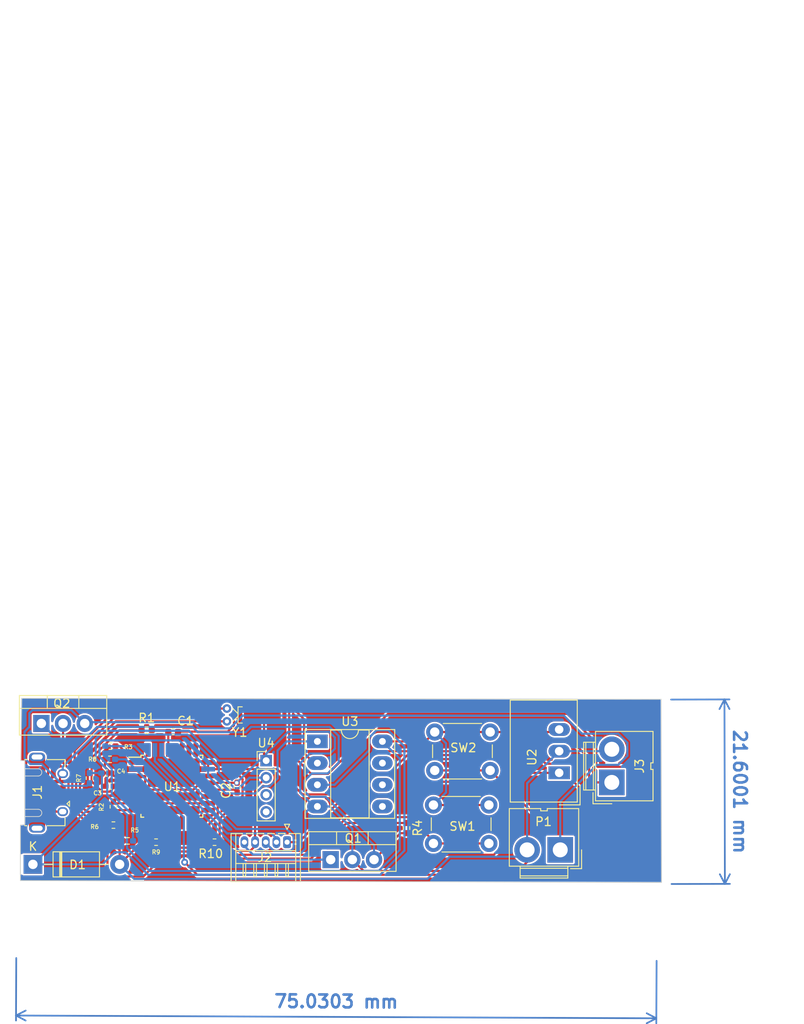
<source format=kicad_pcb>
(kicad_pcb (version 20211014) (generator pcbnew)
  (layers (0 "F.Cu" signal) (31 "B.Cu" signal) (34 "B.Paste" user) (35 "F.Paste" user) (36 "B.SilkS" user "B.Silkscreen") (37 "F.SilkS" user "F.Silkscreen") (38 "B.Mask" user) (39 "F.Mask" user) (44 "Edge.Cuts" user))
  (net 0 "")
  (net 1 "DTR")
  (net 2 "Net-(C1-Pad2)")
  (net 3 "GND")
  (net 4 "Net-(C2-Pad2)")
  (net 5 "+5V")
  (net 6 "Net-(C4-Pad1)")
  (net 7 "VCC")
  (net 11 "TX")
  (net 12 "RX")
  (net 13 "HALL")
  (net 14 "TEMP_sense")
  (net 15 "Net-(Q1-Pad1)")
  (net 16 "Net-(Q1-Pad3)")
  (net 17 "Net-(R2-Pad1)")
  (net 18 "Net-(R2-Pad2)")
  (net 19 "Net-(R3-Pad2)")
  (net 20 "Net-(R5-Pad1)")
  (net 21 "Net-(R5-Pad2)")
  (net 22 "L_button")
  (net 23 "R_button")
  (net 24 "BUZZER")
  (net 36 "SDA")
  (net 37 "SCL")
  (footprint "Converter_DCDC:Converter_DCDC_TRACO_TSR-1_THT" (layer "F.Cu") (at 178.7825 49.9825 90)
    (fp_text reference "U2")
    (fp_text value "TSR_1-2490")
  )
  (footprint "Connector_Hirose:Hirose_DF13-05P-1.25DS_1x05_P1.25mm_Horizontal" (layer "F.Cu") (at 146.9 58.1 180)
    (fp_text reference "J2")
    (fp_text value "PORT")
  )
  (footprint "Resistor_SMD:R_0402_1005Metric_Pad0.72x0.64mm_HandSolder" (layer "F.Cu") (at 126.2 46.85)
    (fp_text reference "R3")
    (fp_text value "1k")
  )
  (footprint "Connector_PinHeader_2.00mm:PinHeader_1x04_P2.00mm_Vertical" (layer "F.Cu") (at 144.45 48.55)
    (fp_text reference "U4")
    (fp_text value "PinHeader_1x04_P2.00mm_Vertical")
  )
  (footprint "Resistor_SMD:R_0402_1005Metric_Pad0.72x0.64mm_HandSolder" (layer "F.Cu") (at 138.4 58.1 180)
    (fp_text reference "R10")
    (fp_text value "10K")
  )
  (footprint "Capacitor_SMD:C_0402_1005Metric_Pad0.74x0.62mm_HandSolder" (layer "F.Cu") (at 126.1825 51.55)
    (fp_text reference "C3")
    (fp_text value "0.1uF")
  )
  (footprint "Capacitor_SMD:C_0402_1005Metric_Pad0.74x0.62mm_HandSolder" (layer "F.Cu") (at 125.7 50)
    (fp_text reference "C4")
    (fp_text value "2.2nF")
  )
  (footprint "Package_TO_SOT_THT:TO-220-3_Vertical" (layer "F.Cu") (at 152.01 60.145)
    (fp_text reference "Q1")
    (fp_text value "2SC1945")
  )
  (footprint "Resistor_SMD:R_0402_1005Metric_Pad0.72x0.64mm_HandSolder" (layer "F.Cu") (at 126.15 48.4 180)
    (fp_text reference "R8")
    (fp_text value "2K")
  )
  (footprint "Package_DIP:DIP-8_W7.62mm_Socket_LongPads" (layer "F.Cu") (at 150.45 46.3)
    (fp_text reference "U3")
    (fp_text value "LM358")
  )
  (footprint "Button_Switch_THT:SW_PUSH_6mm_H5mm" (layer "F.Cu") (at 164.05 53.75)
    (fp_text reference "SW1")
    (fp_text value "SW_Push")
  )
  (footprint "Resistor_SMD:R_0402_1005Metric_Pad0.72x0.64mm_HandSolder" (layer "F.Cu") (at 126.55 53.95 90)
    (fp_text reference "R2")
    (fp_text value "1M")
  )
  (footprint "Connector_USB:USB_Micro-AB_Molex_47590-0001" (layer "F.Cu") (at 117.61 52.3 -90)
    (fp_text reference "J1")
    (fp_text value "USB_B_Micro")
    (fp_line (start -1.95 -0.125) (end -1.95 1.45) (layer "Edge.Cuts") (width 0.1))
    (fp_line (start 2.8 -0.125) (end 2.8 1.45) (layer "Edge.Cuts") (width 0.1))
    (fp_line (start -1.95 1.45) (end 1.95 1.45) (layer "Edge.Cuts") (width 0.1))
    (fp_line (start -3.75 1.45) (end -2.8 1.45) (layer "Edge.Cuts") (width 0.1))
    (fp_line (start 2.8 1.45) (end 3.75 1.45) (layer "Edge.Cuts") (width 0.1))
    (fp_line (start 1.95 -0.125) (end 1.95 1.45) (layer "Edge.Cuts") (width 0.1))
    (fp_line (start -2.8 -0.125) (end -2.8 1.45) (layer "Edge.Cuts") (width 0.1))
    (fp_arc (start -2.8 -0.125) (mid -2.375 -0.55) (end -1.95 -0.125) (layer "Edge.Cuts") (width 0.1))
    (fp_arc (start 1.95 -0.125) (mid 2.375 -0.55) (end 2.8 -0.125) (layer "Edge.Cuts") (width 0.1))
  )
  (footprint "Connector:JWT_A3963_1x02_P3.96mm_Vertical" (layer "F.Cu") (at 178.9075 59 180)
    (fp_text reference "P1")
    (fp_text value "Plug")
  )
  (footprint "Connector:JWT_A3963_1x02_P3.96mm_Vertical" (layer "F.Cu") (at 184.95 51.1 90)
    (fp_text reference "J3")
    (fp_text value "VIBRATOR")
  )
  (footprint "Capacitor_SMD:C_0402_1005Metric_Pad0.74x0.62mm_HandSolder" (layer "F.Cu") (at 141.05 51.7 -90)
    (fp_text reference "C2")
    (fp_text value "0.1uF")
  )
  (footprint "Diode_THT:D_DO-41_SOD81_P10.16mm_Horizontal" (layer "F.Cu") (at 117.12 60.7)
    (fp_text reference "D1")
    (fp_text value "1N5819")
  )
  (footprint "Resistor_SMD:R_0402_1005Metric_Pad0.72x0.64mm_HandSolder" (layer "F.Cu") (at 130.45 45 180)
    (fp_text reference "R1")
    (fp_text value "10k")
  )
  (footprint "Crystal:Crystal_DS10_D1.0mm_L4.3mm_Horizontal_1EP_style1" (layer "F.Cu") (at 139.85 43.95 90)
    (fp_text reference "Y1")
    (fp_text value "Crystal_16MHz")
  )
  (footprint "Button_Switch_THT:SW_PUSH_6mm_H5mm" (layer "F.Cu") (at 164.2 45.2)
    (fp_text reference "SW2")
    (fp_text value "SW_Push")
  )
  (footprint "Package_TO_SOT_THT:TO-220-3_Vertical" (layer "F.Cu") (at 118.11 44.195)
    (fp_text reference "Q2")
    (fp_text value "IRF4905")
  )
  (footprint "Resistor_SMD:R_0402_1005Metric_Pad0.72x0.64mm_HandSolder" (layer "F.Cu") (at 160.9 56.45 -90)
    (fp_text reference "R4")
    (fp_text value "10k")
  )
  (footprint "Package_QFP:TQFP-32_7x7mm_P0.8mm" (layer "F.Cu") (at 133.4 51.55)
    (fp_text reference "U1")
    (fp_text value "ATmega328P-A")
  )
  (footprint "Resistor_SMD:R_0402_1005Metric_Pad0.72x0.64mm_HandSolder" (layer "F.Cu") (at 126.5525 56.1)
    (fp_text reference "R6")
    (fp_text value "1k")
  )
  (footprint "Resistor_SMD:R_0402_1005Metric_Pad0.72x0.64mm_HandSolder" (layer "F.Cu") (at 131.55 58.1 180)
    (fp_text reference "R9")
    (fp_text value "2K")
  )
  (footprint "Resistor_SMD:R_0402_1005Metric_Pad0.72x0.64mm_HandSolder" (layer "F.Cu") (at 123.75 50.6 90)
    (fp_text reference "R7")
    (fp_text value "10k")
  )
  (footprint "Resistor_SMD:R_0402_1005Metric_Pad0.72x0.64mm_HandSolder" (layer "F.Cu") (at 128.2525 57.95 180)
    (fp_text reference "R5")
    (fp_text value "200k")
  )
  (footprint "Capacitor_SMD:C_0402_1005Metric_Pad0.74x0.62mm_HandSolder" (layer "F.Cu") (at 133.55 45.15 180)
    (fp_text reference "C1")
    (fp_text value "0.1uF")
  )
  (gr_poly (pts (xy 190.726784 41.364345) (xy 190.77693 62.814345) (xy 115.650146 62.6) (xy 115.65 56.1) (xy 116.16 56.05) (xy 116.16 48.55) (xy 115.7 48.55) (xy 115.8 41.25)) (layer "Edge.Cuts") (width 0.1) (fill none))
  (dimension (type aligned) (layer "B.Cu") (pts (xy 115.170453 71.172842) (xy 190.2 71.5)) (height 7.228162) (gr_text "75.0303 mm" (at 152.661558 76.764531 359.7501697) (layer "B.Cu") (effects (font (size 1.5 1.5) (thickness 0.3)))) (format (units 3) (units_format 1) (precision 4)) (style (thickness 0.2) (arrow_length 1.27) (text_position_mode 0) (extension_height 0.58642) (extension_offset 0.5) keep_text_aligned))
  (dimension (type aligned) (layer "B.Cu") (pts (xy 191.45 63) (xy 191.4 41.4)) (height 6.749981) (gr_text "21.6001 mm" (at 199.974958 52.180208 -89.86737112) (layer "B.Cu") (effects (font (size 1.5 1.5) (thickness 0.3)))) (format (units 3) (units_format 1) (precision 4)) (style (thickness 0.2) (arrow_length 1.27) (text_position_mode 0) (extension_height 0.58642) (extension_offset 0.5) keep_text_aligned))
  (segment (start 176.200489 47.900489) (end 160.999822 47.900489) (width 0.25) (layer "F.Cu") (net 1))
  (segment (start 140.674511 43.075489) (end 141.624511 42.125489) (width 0.25) (layer "F.Cu") (net 1))
  (segment (start 141.624511 42.125489) (end 146.725489 42.125489) (width 0.25) (layer "F.Cu") (net 1))
  (segment (start 148.260311 58.1) (end 146.9 58.1) (width 0.25) (layer "F.Cu") (net 1))
  (segment (start 179.736716 43.075489) (end 183.125489 46.464262) (width 0.25) (layer "F.Cu") (net 1))
  (segment (start 180.357011 48.907989) (end 177.207989 48.907989) (width 0.25) (layer "F.Cu") (net 1))
  (segment (start 158.724511 43.075489) (end 179.736716 43.075489) (width 0.25) (layer "F.Cu") (net 1))
  (segment (start 140.674511 44.425489) (end 140.674511 43.075489) (width 0.25) (layer "F.Cu") (net 1))
  (segment (start 186.774511 49.275489) (end 186.774511 52.924511) (width 0.25) (layer "F.Cu") (net 1))
  (segment (start 160.999822 47.900489) (end 158.935791 49.96452) (width 0.25) (layer "F.Cu") (net 1))
  (segment (start 147.15 42.55) (end 147.15 47.530311) (width 0.25) (layer "F.Cu") (net 1))
  (segment (start 147.15 47.530311) (end 149.719689 50.1) (width 0.25) (layer "F.Cu") (net 1))
  (segment (start 183.3 49.275489) (end 186.774511 49.275489) (width 0.25) (layer "F.Cu") (net 1))
  (segment (start 139.95 45.15) (end 140.674511 44.425489) (width 0.25) (layer "F.Cu") (net 1))
  (segment (start 149.719689 50.1) (end 151.7 50.1) (width 0.25) (layer "F.Cu") (net 1))
  (segment (start 183.125489 46.464262) (end 183.125489 49.100978) (width 0.25) (layer "F.Cu") (net 1))
  (segment (start 146.725489 42.125489) (end 147.15 42.55) (width 0.25) (layer "F.Cu") (net 1))
  (segment (start 182.374511 52.924511) (end 180.357011 50.907011) (width 0.25) (layer "F.Cu") (net 1))
  (segment (start 183.125489 49.100978) (end 183.3 49.275489) (width 0.25) (layer "F.Cu") (net 1))
  (segment (start 134.1175 45.15) (end 139.95 45.15) (width 0.25) (layer "F.Cu") (net 1))
  (segment (start 158.935791 49.96452) (end 156.395791 49.96452) (width 0.25) (layer "F.Cu") (net 1))
  (segment (start 180.357011 50.907011) (end 180.357011 48.907989) (width 0.25) (layer "F.Cu") (net 1))
  (segment (start 186.774511 52.924511) (end 182.374511 52.924511) (width 0.25) (layer "F.Cu") (net 1))
  (segment (start 151.7 50.1) (end 158.724511 43.075489) (width 0.25) (layer "F.Cu") (net 1))
  (segment (start 177.207989 48.907989) (end 176.200489 47.900489) (width 0.25) (layer "F.Cu") (net 1))
  (segment (start 156.395791 49.96452) (end 148.260311 58.1) (width 0.25) (layer "F.Cu") (net 1))
  (segment (start 132.9825 45.15) (end 132.9825 47.2825) (width 0.25) (layer "F.Cu") (net 2))
  (segment (start 132.9825 47.2825) (end 133 47.3) (width 0.25) (layer "F.Cu") (net 2))
  (segment (start 132.8325 45) (end 132.9825 45.15) (width 0.25) (layer "F.Cu") (net 2))
  (segment (start 131.0475 45) (end 132.8325 45) (width 0.25) (layer "F.Cu") (net 2))
  (segment (start 125.5525 48.4) (end 125.5525 49.285) (width 0.25) (layer "F.Cu") (net 3))
  (segment (start 117.61 52.3) (end 118.78 53.47) (width 0.25) (layer "F.Cu") (net 3))
  (segment (start 119.835 54.525) (end 120.61 54.525) (width 0.25) (layer "F.Cu") (net 3))
  (segment (start 120.285 51) (end 118.91 51) (width 0.25) (layer "F.Cu") (net 3))
  (segment (start 118.91 51) (end 117.61 52.3) (width 0.25) (layer "F.Cu") (net 3))
  (segment (start 135.925978 51.95) (end 136.725978 51.15) (width 0.25) (layer "F.Cu") (net 3))
  (segment (start 120.285 50.4) (end 120.61 50.075) (width 0.25) (layer "F.Cu") (net 3))
  (segment (start 141.0325 51.15) (end 141 51.15) (width 0.25) (layer "F.Cu") (net 3))
  (segment (start 117.61 56.0375) (end 118.8 54.8475) (width 0.25) (layer "F.Cu") (net 3))
  (segment (start 125.5525 49.285) (end 126.6175 50.35) (width 0.25) (layer "F.Cu") (net 3))
  (segment (start 130.274511 51.875489) (end 130.2 51.95) (width 0.25) (layer "F.Cu") (net 3))
  (segment (start 173.98048 61.46952) (end 175.0275 60.4225) (width 0.25) (layer "F.Cu") (net 3))
  (segment (start 118.8 53.49) (end 118.78 53.47) (width 0.25) (layer "F.Cu") (net 3))
  (segment (start 118.8 54.8475) (end 118.8 53.49) (width 0.25) (layer "F.Cu") (net 3))
  (segment (start 141.05 51.1325) (end 141.0325 51.15) (width 0.25) (layer "F.Cu") (net 3))
  (segment (start 144.2 42.7) (end 144.2 48.3) (width 0.25) (layer "F.Cu") (net 3))
  (segment (start 118.9 49.4) (end 118.9 51.01) (width 0.25) (layer "F.Cu") (net 3))
  (segment (start 130.2 50.35) (end 130.274511 50.424511) (width 0.25) (layer "F.Cu") (net 3))
  (segment (start 126.6175 50.35) (end 129.15 50.35) (width 0.25) (layer "F.Cu") (net 3))
  (segment (start 125.615 51.55) (end 125.615 50.6525) (width 0.25) (layer "F.Cu") (net 3))
  (segment (start 127.28 59.034296) (end 127.28 60.7) (width 0.25) (layer "F.Cu") (net 3))
  (segment (start 118.0625 48.5625) (end 118.9 49.4) (width 0.25) (layer "F.Cu") (net 3))
  (segment (start 129.88 58.1) (end 127.28 60.7) (width 0.25) (layer "F.Cu") (net 3))
  (segment (start 118.9 51.01) (end 117.61 52.3) (width 0.25) (layer "F.Cu") (net 3))
  (segment (start 129.15 51.95) (end 135.925978 51.95) (width 0.25) (layer "F.Cu") (net 3))
  (segment (start 136.725978 51.15) (end 137.65 51.15) (width 0.25) (layer "F.Cu") (net 3))
  (segment (start 155.87452 61.46952) (end 173.98048 61.46952) (width 0.25) (layer "F.Cu") (net 3))
  (segment (start 175.0275 60.4225) (end 175.0275 59) (width 0.25) (layer "F.Cu") (net 3))
  (segment (start 130.2 51.95) (end 129.15 51.95) (width 0.25) (layer "F.Cu") (net 3))
  (segment (start 125.615 50.6525) (end 126.2675 50) (width 0.25) (layer "F.Cu") (net 3))
  (segment (start 118.78 53.47) (end 119.835 54.525) (width 0.25) (layer "F.Cu") (net 3))
  (segment (start 141 51.15) (end 137.65 51.15) (width 0.25) (layer "F.Cu") (net 3))
  (segment (start 117.61 48.5625) (end 118.0625 48.5625) (width 0.25) (layer "F.Cu") (net 3))
  (segment (start 154.55 60.145) (end 155.87452 61.46952) (width 0.25) (layer "F.Cu") (net 3))
  (segment (start 125.955 57.709296) (end 127.28 59.034296) (width 0.25) (layer "F.Cu") (net 3))
  (segment (start 120.285 51) (end 120.285 50.4) (width 0.25) (layer "F.Cu") (net 3))
  (segment (start 130.9525 58.1) (end 129.88 58.1) (width 0.25) (layer "F.Cu") (net 3))
  (segment (start 129.15 50.35) (end 130.2 50.35) (width 0.25) (layer "F.Cu") (net 3))
  (segment (start 144.2 48.3) (end 144.45 48.55) (width 0.25) (layer "F.Cu") (net 3))
  (segment (start 125.955 56.1) (end 125.955 57.709296) (width 0.25) (layer "F.Cu") (net 3))
  (segment (start 130.274511 50.424511) (end 130.274511 51.875489) (width 0.25) (layer "F.Cu") (net 3))
  (via locked (at 141 51.15) (size 0.6) (drill 0.4) (layers "F.Cu" "B.Cu") (net 3))
  (segment (start 150.05 53.92) (end 150.45 53.92) (width 0.25) (layer "B.Cu") (net 3))
  (segment (start 120.61 49.264183) (end 120.61 50.075) (width 0.25) (layer "B.Cu") (net 3))
  (segment (start 127.28 60.7) (end 128.98 62.4) (width 0.25) (layer "B.Cu") (net 3))
  (segment (start 152.5 47.15) (end 151.93452 47.71548) (width 0.25) (layer "B.Cu") (net 3))
  (segment (start 145.142991 59.574031) (end 146.15701 59.57403) (width 0.25) (layer "B.Cu") (net 3))
  (segment (start 138.885704 48.55) (end 135.386193 45.050489) (width 0.25) (layer "B.Cu") (net 3))
  (segment (start 144.45 47.75) (end 147.024511 45.175489) (width 0.25) (layer "B.Cu") (net 3))
  (segment (start 174.2275 59.8) (end 175.0275 59) (width 0.25) (layer "B.Cu") (net 3))
  (segment (start 145.11896 59.55) (end 145.142991 59.574031) (width 0.25) (layer "B.Cu") (net 3))
  (segment (start 149.584209 47.71548) (end 148.45 48.849689) (width 0.25) (layer "B.Cu") (net 3))
  (segment (start 154.55 56.55) (end 154.55 60.145) (width 0.25) (layer "B.Cu") (net 3))
  (segment (start 148.325969 59.574031) (end 149.05 58.85) (width 0.25) (layer "B.Cu") (net 3))
  (segment (start 143.6 48.55) (end 144.45 48.55) (width 0.25) (layer "B.Cu") (net 3))
  (segment (start 151.825489 45.175489) (end 152.5 45.85) (width 0.25) (layer "B.Cu") (net 3))
  (segment (start 165.95 59.8) (end 174.2275 59.8) (width 0.25) (layer "B.Cu") (net 3))
  (segment (start 151.92 53.92) (end 154.55 56.55) (width 0.25) (layer "B.Cu") (net 3))
  (segment (start 178.7825 47.4425) (end 184.7275 47.4425) (width 0.25) (layer "B.Cu") (net 3))
  (segment (start 151.93452 47.71548) (end 149.584209 47.71548) (width 0.25) (layer "B.Cu") (net 3))
  (segment (start 146.15701 59.57403) (end 148.325969 59.574031) (width 0.25) (layer "B.Cu") (net 3))
  (segment (start 144.45 48.55) (end 138.885704 48.55) (width 0.25) (layer "B.Cu") (net 3))
  (segment (start 149.05 54.65) (end 149.78 53.92) (width 0.25) (layer "B.Cu") (net 3))
  (segment (start 135.386193 45.050489) (end 124.823693 45.05049) (width 0.25) (layer "B.Cu") (net 3))
  (segment (start 152.5 45.85) (end 152.5 47.15) (width 0.25) (layer "B.Cu") (net 3))
  (segment (start 148.45 48.849689) (end 148.45 52.32) (width 0.25) (layer "B.Cu") (net 3))
  (segment (start 178.7825 47.4425) (end 175.0275 51.1975) (width 0.25) (layer "B.Cu") (net 3))
  (segment (start 149.05 58.85) (end 149.05 54.65) (width 0.25) (layer "B.Cu") (net 3))
  (segment (start 141.9 58.1) (end 141.9 58.55) (width 0.25) (layer "B.Cu") (net 3))
  (segment (start 150.45 53.92) (end 151.92 53.92) (width 0.25) (layer "B.Cu") (net 3))
  (segment (start 128.98 62.4) (end 163.35 62.4) (width 0.25) (layer "B.Cu") (net 3))
  (segment (start 141 51.15) (end 143.6 48.55) (width 0.25) (layer "B.Cu") (net 3))
  (segment (start 124.823693 45.05049) (end 120.61 49.264183) (width 0.25) (layer "B.Cu") (net 3))
  (segment (start 184.7275 47.4425) (end 184.95 47.22) (width 0.25) (layer "B.Cu") (net 3))
  (segment (start 149.78 53.92) (end 150.45 53.92) (width 0.25) (layer "B.Cu") (net 3))
  (segment (start 142.9 59.55) (end 145.11896 59.55) (width 0.25) (layer "B.Cu") (net 3))
  (segment (start 147.024511 45.175489) (end 151.825489 45.175489) (width 0.25) (layer "B.Cu") (net 3))
  (segment (start 163.35 62.4) (end 165.95 59.8) (width 0.25) (layer "B.Cu") (net 3))
  (segment (start 175.0275 51.1975) (end 175.0275 59) (width 0.25) (layer "B.Cu") (net 3))
  (segment (start 148.45 52.32) (end 150.05 53.92) (width 0.25) (layer "B.Cu") (net 3))
  (segment (start 141.9 58.55) (end 142.9 59.55) (width 0.25) (layer "B.Cu") (net 3))
  (segment (start 144.45 48.55) (end 144.45 47.75) (width 0.25) (layer "B.Cu") (net 3))
  (segment (start 141.05 52.2675) (end 140.7325 51.95) (width 0.25) (layer "F.Cu") (net 4))
  (segment (start 140.7325 51.95) (end 137.65 51.95) (width 0.25) (layer "F.Cu") (net 4))
  (segment (start 138.574022 53.55) (end 138.774511 53.750489) (width 0.25) (layer "F.Cu") (net 5))
  (segment (start 164.05 53.75) (end 170.55 53.75) (width 0.25) (layer "F.Cu") (net 5))
  (segment (start 170.7 45.2) (end 178.485 45.2) (width 0.25) (layer "F.Cu") (net 5))
  (segment (start 137.8025 58.4525) (end 138.47452 59.12452) (width 0.25) (layer "F.Cu") (net 5))
  (segment (start 143.15 51.8) (end 143.95 51) (width 0.25) (layer "F.Cu") (net 5))
  (segment (start 127.23995 45) (end 123.998531 48.241419) (width 0.25) (layer "F.Cu") (net 5))
  (segment (start 126.11548 52.18452) (end 126.75 51.55) (width 0.25) (layer "F.Cu") (net 5))
  (segment (start 143.15 58.1) (end 143.15 51.8) (width 0.25) (layer "F.Cu") (net 5))
  (segment (start 127.95 52.75) (end 129.15 52.75) (width 0.25) (layer "F.Cu") (net 5))
  (segment (start 143.15 58.55) (end 143.15 58.1) (width 0.25) (layer "F.Cu") (net 5))
  (segment (start 123.998531 50.979174) (end 125.203877 52.18452) (width 0.25) (layer "F.Cu") (net 5))
  (segment (start 129.15 51.15) (end 127.15 51.15) (width 0.25) (layer "F.Cu") (net 5))
  (segment (start 164.2 45.2) (end 170.7 45.2) (width 0.25) (layer "F.Cu") (net 5))
  (segment (start 138.774511 54.949511) (end 137.8025 55.921522) (width 0.25) (layer "F.Cu") (net 5))
  (segment (start 130.874022 53.55) (end 130.074022 52.75) (width 0.25) (layer "F.Cu") (net 5))
  (segment (start 137.8025 58.1) (end 137.8025 58.4525) (width 0.25) (layer "F.Cu") (net 5))
  (segment (start 123.998531 48.241419) (end 123.998531 50.979174) (width 0.25) (layer "F.Cu") (net 5))
  (segment (start 138.47452 59.12452) (end 142.57548 59.12452) (width 0.25) (layer "F.Cu") (net 5))
  (segment (start 125.203877 52.18452) (end 126.11548 52.18452) (width 0.25) (layer "F.Cu") (net 5))
  (segment (start 138.774511 53.750489) (end 138.774511 54.949511) (width 0.25) (layer "F.Cu") (net 5))
  (segment (start 142.57548 59.12452) (end 143.15 58.55) (width 0.25) (layer "F.Cu") (net 5))
  (segment (start 178.485 45.2) (end 178.7825 44.9025) (width 0.25) (layer "F.Cu") (net 5))
  (segment (start 137.8025 55.921522) (end 137.8025 58.1) (width 0.25) (layer "F.Cu") (net 5))
  (segment (start 130.074022 52.75) (end 129.15 52.75) (width 0.25) (layer "F.Cu") (net 5))
  (segment (start 158.07 46.3) (end 163.1 46.3) (width 0.25) (layer "F.Cu") (net 5))
  (segment (start 129.8525 45) (end 127.23995 45) (width 0.25) (layer "F.Cu") (net 5))
  (segment (start 126.75 51.55) (end 127.95 52.75) (width 0.25) (layer "F.Cu") (net 5))
  (segment (start 163.1 46.3) (end 164.2 45.2) (width 0.25) (layer "F.Cu") (net 5))
  (segment (start 137.65 53.55) (end 130.874022 53.55) (width 0.25) (layer "F.Cu") (net 5))
  (segment (start 137.65 53.55) (end 138.574022 53.55) (width 0.25) (layer "F.Cu") (net 5))
  (segment (start 127.15 51.15) (end 126.75 51.55) (width 0.25) (layer "F.Cu") (net 5))
  (segment (start 128.15 54.915256) (end 128.15 58.814296) (width 0.25) (layer "B.Cu") (net 5))
  (segment (start 142.483193 50.55) (end 141.258682 51.774511) (width 0.25) (layer "B.Cu") (net 5))
  (segment (start 125.82452 49.610224) (end 125.82452 52.589776) (width 0.25) (layer "B.Cu") (net 5))
  (segment (start 138.9 49.2) (end 135.2 45.5) (width 0.25) (layer "B.Cu") (net 5))
  (segment (start 144.45 50.55) (end 142.483193 50.55) (width 0.25) (layer "B.Cu") (net 5))
  (segment (start 140.741318 51.774511) (end 138.9 49.933193) (width 0.25) (layer "B.Cu") (net 5))
  (segment (start 135.2 45.5) (end 125.009887 45.5) (width 0.25) (layer "B.Cu") (net 5))
  (segment (start 165.524511 46.524511) (end 165.524511 52.275489) (width 0.25) (layer "B.Cu") (net 5))
  (segment (start 124.47097 46.038917) (end 124.47097 48.256674) (width 0.25) (layer "B.Cu") (net 5))
  (segment (start 141.258682 51.774511) (end 140.741318 51.774511) (width 0.25) (layer "B.Cu") (net 5))
  (segment (start 125.82452 52.589776) (end 128.15 54.915256) (width 0.25) (layer "B.Cu") (net 5))
  (segment (start 125.009887 45.5) (end 124.47097 46.038917) (width 0.25) (layer "B.Cu") (net 5))
  (segment (start 160.1 48.33) (end 158.07 46.3) (width 0.25) (layer "B.Cu") (net 5))
  (segment (start 128.15 58.814296) (end 130.805215 61.469511) (width 0.25) (layer "B.Cu") (net 5))
  (segment (start 138.9 49.933193) (end 138.9 49.2) (width 0.25) (layer "B.Cu") (net 5))
  (segment (start 124.47097 48.256674) (end 125.82452 49.610224) (width 0.25) (layer "B.Cu") (net 5))
  (segment (start 157.630489 61.469511) (end 160.1 59) (width 0.25) (layer "B.Cu") (net 5))
  (segment (start 130.805215 61.469511) (end 157.630489 61.469511) (width 0.25) (layer "B.Cu") (net 5))
  (segment (start 165.524511 52.275489) (end 164.05 53.75) (width 0.25) (layer "B.Cu") (net 5))
  (segment (start 164.2 45.2) (end 165.524511 46.524511) (width 0.25) (layer "B.Cu") (net 5))
  (segment (start 160.1 59) (end 160.1 48.33) (width 0.25) (layer "B.Cu") (net 5))
  (segment (start 125.1325 50) (end 125.2 50.0675) (width 0.25) (layer "B.Cu") (net 6))
  (segment (start 157.379689 45) (end 158.760311 45) (width 0.25) (layer "B.Cu") (net 6))
  (segment (start 126.689947 59.275489) (end 125.265436 60.7) (width 0.25) (layer "B.Cu") (net 6))
  (segment (start 156.54548 45.834209) (end 157.379689 45) (width 0.25) (layer "B.Cu") (net 6))
  (segment (start 150.45 51.38) (end 152.47 51.38) (width 0.25) (layer "B.Cu") (net 6))
  (segment (start 125.2 52.62) (end 117.12 60.7) (width 0.25) (layer "B.Cu") (net 6))
  (segment (start 125.2 50.0675) (end 125.2 52.62) (width 0.25) (layer "B.Cu") (net 6))
  (segment (start 157.816682 61.919022) (end 130.619022 61.919022) (width 0.25) (layer "B.Cu") (net 6))
  (segment (start 152.47 51.38) (end 156.54548 47.30452) (width 0.25) (layer "B.Cu") (net 6))
  (segment (start 156.54548 47.30452) (end 156.54548 45.834209) (width 0.25) (layer "B.Cu") (net 6))
  (segment (start 158.760311 45) (end 160.64951 46.889199) (width 0.25) (layer "B.Cu") (net 6))
  (segment (start 160.64951 46.889199) (end 160.64951 59.086194) (width 0.25) (layer "B.Cu") (net 6))
  (segment (start 130.619022 61.919022) (end 127.975489 59.275489) (width 0.25) (layer "B.Cu") (net 6))
  (segment (start 160.64951 59.086194) (end 157.816682 61.919022) (width 0.25) (layer "B.Cu") (net 6))
  (segment (start 123.7525 50) (end 123.75 50.0025) (width 0.25) (layer "B.Cu") (net 6))
  (segment (start 125.1325 50) (end 123.7525 50) (width 0.25) (layer "B.Cu") (net 6))
  (segment (start 127.975489 59.275489) (end 126.689947 59.275489) (width 0.25) (layer "B.Cu") (net 6))
  (segment (start 125.265436 60.7) (end 117.12 60.7) (width 0.25) (layer "B.Cu") (net 6))
  (segment (start 169.697654 51.024511) (end 163.624511 51.024511) (width 0.25) (layer "F.Cu") (net 7))
  (segment (start 130.047733 62.124511) (end 132.978214 59.19403) (width 0.25) (layer "F.Cu") (net 7))
  (segment (start 121.284511 50.701891) (end 121.55952 50.426882) (width 0.25) (layer "F.Cu") (net 7))
  (segment (start 138.037837 60.023541) (end 149.712162 60.023542) (width 0.25) (layer "F.Cu") (net 7))
  (segment (start 172.325489 48.375489) (end 173.9325 49.9825) (width 0.25) (layer "F.Cu") (net 7))
  (segment (start 120.285 53.6) (end 121.159022 53.6) (width 0.25) (layer "F.Cu") (net 7))
  (segment (start 121.55952 49.723118) (end 120.65 48.813598) (width 0.25) (layer "F.Cu") (net 7))
  (segment (start 120.285 53.6) (end 121.21 53.6) (width 0.25) (layer "F.Cu") (net 7))
  (segment (start 160.9 55.8525) (end 161.54452 56.49702) (width 0.25) (layer "F.Cu") (net 7))
  (segment (start 121.159022 53.6) (end 121.284511 53.474511) (width 0.25) (layer "F.Cu") (net 7))
  (segment (start 120.65 48.813598) (end 120.65 44.195) (width 0.25) (layer "F.Cu") (net 7))
  (segment (start 125.855489 58.245489) (end 125.855489 61.355489) (width 0.25) (layer "F.Cu") (net 7))
  (segment (start 162.875489 50.275489) (end 162.875489 49.124511) (width 0.25) (layer "F.Cu") (net 7))
  (segment (start 121.55952 50.426882) (end 121.55952 49.723118) (width 0.25) (layer "F.Cu") (net 7))
  (segment (start 125.855489 61.355489) (end 126.624511 62.124511) (width 0.25) (layer "F.Cu") (net 7))
  (segment (start 171.125489 59.574511) (end 171.874511 58.825489) (width 0.25) (layer "F.Cu") (net 7))
  (segment (start 121.284511 53.474511) (end 121.284511 50.701891) (width 0.25) (layer "F.Cu") (net 7))
  (segment (start 137.208327 59.194031) (end 138.037837 60.023541) (width 0.25) (layer "F.Cu") (net 7))
  (segment (start 173.9325 49.9825) (end 178.7825 49.9825) (width 0.25) (layer "F.Cu") (net 7))
  (segment (start 163.624511 48.375489) (end 172.325489 48.375489) (width 0.25) (layer "F.Cu") (net 7))
  (segment (start 171.874511 53.201368) (end 169.697654 51.024511) (width 0.25) (layer "F.Cu") (net 7))
  (segment (start 161.54452 56.49702) (end 161.54452 57.617663) (width 0.25) (layer "F.Cu") (net 7))
  (segment (start 163.624511 51.024511) (end 162.875489 50.275489) (width 0.25) (layer "F.Cu") (net 7))
  (segment (start 161.54452 57.617663) (end 163.501368 59.574511) (width 0.25) (layer "F.Cu") (net 7))
  (segment (start 149.712162 60.023542) (end 153.883204 55.8525) (width 0.25) (layer "F.Cu") (net 7))
  (segment (start 163.501368 59.574511) (end 171.125489 59.574511) (width 0.25) (layer "F.Cu") (net 7))
  (segment (start 121.21 53.6) (end 125.855489 58.245489) (width 0.25) (layer "F.Cu") (net 7))
  (segment (start 132.978214 59.19403) (end 137.208327 59.194031) (width 0.25) (layer "F.Cu") (net 7))
  (segment (start 153.883204 55.8525) (end 160.9 55.8525) (width 0.25) (layer "F.Cu") (net 7))
  (segment (start 171.874511 58.825489) (end 171.874511 53.201368) (width 0.25) (layer "F.Cu") (net 7))
  (segment (start 162.875489 49.124511) (end 163.624511 48.375489) (width 0.25) (layer "F.Cu") (net 7))
  (segment (start 126.624511 62.124511) (end 130.047733 62.124511) (width 0.25) (layer "F.Cu") (net 7))
  (segment (start 145.65 57.65) (end 145.65 58.1) (width 0.25) (layer "B.Cu") (net 11))
  (segment (start 145.07548 57.07548) (end 145.65 57.65) (width 0.25) (layer "B.Cu") (net 11))
  (segment (start 131.4 48.614296) (end 139.861184 57.07548) (width 0.25) (layer "B.Cu") (net 11))
  (segment (start 131.4 47.3) (end 131.4 48.614296) (width 0.25) (layer "B.Cu") (net 11))
  (segment (start 139.861184 57.07548) (end 145.07548 57.07548) (width 0.25) (layer "B.Cu") (net 11))
  (segment (start 146.367234 59.10049) (end 145.994846 59.10049) (width 0.25) (layer "B.Cu") (net 12))
  (segment (start 145.329184 59.12452) (end 144.4 58.195336) (width 0.25) (layer "B.Cu") (net 12))
  (segment (start 146.391264 59.12452) (end 146.367234 59.10049) (width 0.25) (layer "B.Cu") (net 12))
  (segment (start 140.925 56.55) (end 146.827138 56.55) (width 0.25) (layer "B.Cu") (net 12))
  (segment (start 146.827138 56.55) (end 147.67452 57.397382) (width 0.25) (layer "B.Cu") (net 12))
  (segment (start 145.994846 59.10049) (end 145.970816 59.12452) (width 0.25) (layer "B.Cu") (net 12))
  (segment (start 132.2 47.825) (end 140.925 56.55) (width 0.25) (layer "B.Cu") (net 12))
  (segment (start 144.4 58.195336) (end 144.4 58.1) (width 0.25) (layer "B.Cu") (net 12))
  (segment (start 147.352618 59.12452) (end 146.391264 59.12452) (width 0.25) (layer "B.Cu") (net 12))
  (segment (start 132.2 47.3) (end 132.2 47.825) (width 0.25) (layer "B.Cu") (net 12))
  (segment (start 147.67452 57.397382) (end 147.67452 58.802618) (width 0.25) (layer "B.Cu") (net 12))
  (segment (start 145.970816 59.12452) (end 145.329184 59.12452) (width 0.25) (layer "B.Cu") (net 12))
  (segment (start 147.67452 58.802618) (end 147.352618 59.12452) (width 0.25) (layer "B.Cu") (net 12))
  (segment (start 139.725191 54.634535) (end 139.728608 54.634535) (width 0.25) (layer "F.Cu") (net 13))
  (segment (start 182.3 50.65) (end 182.75 51.1) (width 0.25) (layer "F.Cu") (net 13))
  (segment (start 138.974511 49.549511) (end 145.749511 49.549511) (width 0.25) (layer "F.Cu") (net 13))
  (segment (start 138.9975 55.362226) (end 139.725191 54.634535) (width 0.25) (layer "F.Cu") (net 13))
  (segment (start 137.65 48.75) (end 138.175 48.75) (width 0.25) (layer "F.Cu") (net 13))
  (segment (start 138.9975 58.1) (end 138.9975 55.362226) (width 0.25) (layer "F.Cu") (net 13))
  (segment (start 139.728608 54.634535) (end 141.68452 52.678623) (width 0.25) (layer "F.Cu") (net 13))
  (segment (start 140.513143 49.55) (end 137.8 49.55) (width 0.25) (layer "F.Cu") (net 13))
  (segment (start 152.415169 52.50452) (end 157.46871 47.450979) (width 0.25) (layer "F.Cu") (net 13))
  (segment (start 180 46) (end 182.3 48.3) (width 0.25) (layer "F.Cu") (net 13))
  (segment (start 141.68452 50.721377) (end 140.513143 49.55) (width 0.25) (layer "F.Cu") (net 13))
  (segment (start 171.127613 47.450979) (end 172.578592 46) (width 0.25) (layer "F.Cu") (net 13))
  (segment (start 157.46871 47.450979) (end 171.127613 47.450979) (width 0.25) (layer "F.Cu") (net 13))
  (segment (start 172.578592 46) (end 180 46) (width 0.25) (layer "F.Cu") (net 13))
  (segment (start 141.68452 52.678623) (end 141.68452 50.721377) (width 0.25) (layer "F.Cu") (net 13))
  (segment (start 138.175 48.75) (end 138.974511 49.549511) (width 0.25) (layer "F.Cu") (net 13))
  (segment (start 182.75 51.1) (end 184.95 51.1) (width 0.25) (layer "F.Cu") (net 13))
  (segment (start 182.3 48.3) (end 182.3 50.65) (width 0.25) (layer "F.Cu") (net 13))
  (segment (start 137.65 49.4) (end 137.65 48.75) (width 0.25) (layer "F.Cu") (net 13))
  (segment (start 137.8 49.55) (end 137.65 49.4) (width 0.25) (layer "F.Cu") (net 13))
  (segment (start 148.70452 52.50452) (end 152.415169 52.50452) (width 0.25) (layer "F.Cu") (net 13))
  (segment (start 145.749511 49.549511) (end 148.70452 52.50452) (width 0.25) (layer "F.Cu") (net 13))
  (segment (start 135.907111 44.05) (end 136.631622 44.774511) (width 0.25) (layer "B.Cu") (net 14))
  (segment (start 120.699511 51.499511) (end 118.14952 48.94952) (width 0.25) (layer "B.Cu") (net 14))
  (segment (start 123.75 51.1975) (end 123.447989 51.499511) (width 0.25) (layer "B.Cu") (net 14))
  (segment (start 181.445489 45.395489) (end 185.705738 45.395489) (width 0.25) (layer "B.Cu") (net 14))
  (segment (start 116.15 48.281047) (end 116.15 45.15) (width 0.25) (layer "B.Cu") (net 14))
  (segment (start 141.690547 43.275489) (end 179.325489 43.275489) (width 0.25) (layer "B.Cu") (net 14))
  (segment (start 123.335 44.05) (end 135.907111 44.05) (width 0.25) (layer "B.Cu") (net 14))
  (segment (start 116.7 44.6) (end 116.7 43.003478) (width 0.25) (layer "B.Cu") (net 14))
  (segment (start 116.818473 48.94952) (end 116.15 48.281047) (width 0.25) (layer "B.Cu") (net 14))
  (segment (start 118.14952 48.94952) (end 116.818473 48.94952) (width 0.25) (layer "B.Cu") (net 14))
  (segment (start 186.774511 46.464262) (end 186.774511 47.975738) (width 0.25) (layer "B.Cu") (net 14))
  (segment (start 136.631622 44.774511) (end 140.191525 44.774511) (width 0.25) (layer "B.Cu") (net 14))
  (segment (start 116.7 43.003478) (end 117.053478 42.65) (width 0.25) (layer "B.Cu") (net 14))
  (segment (start 123.447989 51.499511) (end 120.699511 51.499511) (width 0.25) (layer "B.Cu") (net 14))
  (segment (start 116.15 45.15) (end 116.7 44.6) (width 0.25) (layer "B.Cu") (net 14))
  (segment (start 117.053478 42.65) (end 121.645 42.65) (width 0.25) (layer "B.Cu") (net 14))
  (segment (start 121.645 42.65) (end 123.19 44.195) (width 0.25) (layer "B.Cu") (net 14))
  (segment (start 179.325489 43.275489) (end 181.445489 45.395489) (width 0.25) (layer "B.Cu") (net 14))
  (segment (start 178.9075 53.3425) (end 178.9075 59) (width 0.25) (layer "B.Cu") (net 14))
  (segment (start 183.205489 49.044511) (end 178.9075 53.3425) (width 0.25) (layer "B.Cu") (net 14))
  (segment (start 123.19 44.195) (end 123.335 44.05) (width 0.25) (layer "B.Cu") (net 14))
  (segment (start 140.191525 44.774511) (end 141.690547 43.275489) (width 0.25) (layer "B.Cu") (net 14))
  (segment (start 185.705738 49.044511) (end 183.205489 49.044511) (width 0.25) (layer "B.Cu") (net 14))
  (segment (start 186.774511 47.975738) (end 185.705738 49.044511) (width 0.25) (layer "B.Cu") (net 14))
  (segment (start 185.705738 45.395489) (end 186.774511 46.464262) (width 0.25) (layer "B.Cu") (net 14))
  (segment (start 125.6025 46.85) (end 129 46.85) (width 0.25) (layer "B.Cu") (net 15))
  (segment (start 129 46.85) (end 142.295 60.145) (width 0.25) (layer "B.Cu") (net 15))
  (segment (start 142.295 60.145) (end 152.01 60.145) (width 0.25) (layer "B.Cu") (net 15))
  (segment (start 160.1875 57.0475) (end 157.09 60.145) (width 0.25) (layer "F.Cu") (net 16))
  (segment (start 160.9 57.0475) (end 160.1875 57.0475) (width 0.25) (layer "F.Cu") (net 16))
  (segment (start 142.685214 44.60049) (end 151.886194 44.60049) (width 0.25) (layer "B.Cu") (net 16))
  (segment (start 151.664296 50.05) (end 149.789689 50.05) (width 0.25) (layer "B.Cu") (net 16))
  (segment (start 148.92548 50.914209) (end 148.92548 52.136751) (width 0.25) (layer "B.Cu") (net 16))
  (segment (start 149.584209 52.79548) (end 151.431184 52.79548) (width 0.25) (layer "B.Cu") (net 16))
  (segment (start 152.949511 48.764785) (end 151.664296 50.05) (width 0.25) (layer "B.Cu") (net 16))
  (segment (start 148.92548 52.136751) (end 149.584209 52.79548) (width 0.25) (layer "B.Cu") (net 16))
  (segment (start 152.949511 45.663807) (end 152.949511 48.764785) (width 0.25) (layer "B.Cu") (net 16))
  (segment (start 151.886194 44.60049) (end 152.949511 45.663807) (width 0.25) (layer "B.Cu") (net 16))
  (segment (start 135.821408 44.6) (end 136.44543 45.224022) (width 0.25) (layer "B.Cu") (net 16))
  (segment (start 151.431184 52.79548) (end 157.09 58.454296) (width 0.25) (layer "B.Cu") (net 16))
  (segment (start 119.43452 45.51952) (end 123.718959 45.51952) (width 0.25) (layer "B.Cu") (net 16))
  (segment (start 142.061682 45.224022) (end 142.685214 44.60049) (width 0.25) (layer "B.Cu") (net 16))
  (segment (start 118.11 44.195) (end 119.43452 45.51952) (width 0.25) (layer "B.Cu") (net 16))
  (segment (start 123.718959 45.51952) (end 124.638479 44.6) (width 0.25) (layer "B.Cu") (net 16))
  (segment (start 124.638479 44.6) (end 135.821408 44.6) (width 0.25) (layer "B.Cu") (net 16))
  (segment (start 149.789689 50.05) (end 148.92548 50.914209) (width 0.25) (layer "B.Cu") (net 16))
  (segment (start 136.44543 45.224022) (end 142.061682 45.224022) (width 0.25) (layer "B.Cu") (net 16))
  (segment (start 157.09 58.454296) (end 157.09 60.145) (width 0.25) (layer "B.Cu") (net 16))
  (segment (start 122.183533 51.074277) (end 122.458542 50.799268) (width 0.25) (layer "F.Cu") (net 17))
  (segment (start 122.183533 53.283533) (end 122.183533 51.074277) (width 0.25) (layer "F.Cu") (net 17))
  (segment (start 122.458542 47.679836) (end 127.688378 42.45) (width 0.25) (layer "F.Cu") (net 17))
  (segment (start 123.4475 54.5475) (end 122.183533 53.283533) (width 0.25) (layer "F.Cu") (net 17))
  (segment (start 122.458542 50.799268) (end 122.458542 47.679836) (width 0.25) (layer "F.Cu") (net 17))
  (segment (start 127.688378 42.45) (end 139.85 42.45) (width 0.25) (layer "F.Cu") (net 17))
  (segment (start 126.55 54.5475) (end 123.4475 54.5475) (width 0.25) (layer "F.Cu") (net 17))
  (segment (start 126.7475 54.35) (end 126.55 54.5475) (width 0.25) (layer "F.Cu") (net 17))
  (segment (start 129.15 54.35) (end 126.7475 54.35) (width 0.25) (layer "F.Cu") (net 17))
  (segment (start 122.633044 51.260471) (end 122.908053 50.98546) (width 0.25) (layer "F.Cu") (net 18))
  (segment (start 126.55 53.3525) (end 126.0025 53.9) (width 0.25) (layer "F.Cu") (net 18))
  (segment (start 126.7475 53.55) (end 126.55 53.3525) (width 0.25) (layer "F.Cu") (net 18))
  (segment (start 129.15 53.55) (end 126.7475 53.55) (width 0.25) (layer "F.Cu") (net 18))
  (segment (start 122.908053 47.866029) (end 126.824082 43.95) (width 0.25) (layer "F.Cu") (net 18))
  (segment (start 123.5 53.9) (end 122.633044 53.033044) (width 0.25) (layer "F.Cu") (net 18))
  (segment (start 126.824082 43.95) (end 139.85 43.95) (width 0.25) (layer "F.Cu") (net 18))
  (segment (start 122.633044 53.033044) (end 122.633044 51.260471) (width 0.25) (layer "F.Cu") (net 18))
  (segment (start 122.908053 50.98546) (end 122.908053 47.866029) (width 0.25) (layer "F.Cu") (net 18))
  (segment (start 126.0025 53.9) (end 123.5 53.9) (width 0.25) (layer "F.Cu") (net 18))
  (segment (start 129.15 48.75) (end 127.25 46.85) (width 0.25) (layer "F.Cu") (net 19))
  (segment (start 127.25 46.85) (end 126.7975 46.85) (width 0.25) (layer "F.Cu") (net 19))
  (segment (start 126.349306 49.499306) (end 124.92048 48.07048) (width 0.25) (layer "B.Cu") (net 20))
  (segment (start 145.786477 47.363523) (end 146.85 46.3) (width 0.25) (layer "B.Cu") (net 20))
  (segment (start 134.275489 46.175489) (end 137.65 49.55) (width 0.25) (layer "B.Cu") (net 20))
  (segment (start 145.786477 50.627046) (end 145.786477 47.363523) (width 0.25) (layer "B.Cu") (net 20))
  (segment (start 143.186477 52.4) (end 144.036966 51.549511) (width 0.25) (layer "B.Cu") (net 20))
  (segment (start 128.85 57.95) (end 128.85 54.979552) (width 0.25) (layer "B.Cu") (net 20))
  (segment (start 124.92048 46.489306) (end 125.234297 46.175489) (width 0.25) (layer "B.Cu") (net 20))
  (segment (start 137.65 49.55) (end 137.65 50.35) (width 0.25) (layer "B.Cu") (net 20))
  (segment (start 144.864012 51.549511) (end 145.786477 50.627046) (width 0.25) (layer "B.Cu") (net 20))
  (segment (start 146.85 46.3) (end 150.45 46.3) (width 0.25) (layer "B.Cu") (net 20))
  (segment (start 137.65 50.35) (end 139.7 52.4) (width 0.25) (layer "B.Cu") (net 20))
  (segment (start 126.349306 52.478858) (end 126.349306 49.499306) (width 0.25) (layer "B.Cu") (net 20))
  (segment (start 128.85 54.979552) (end 126.349306 52.478858) (width 0.25) (layer "B.Cu") (net 20))
  (segment (start 124.92048 48.07048) (end 124.92048 46.489306) (width 0.25) (layer "B.Cu") (net 20))
  (segment (start 125.234297 46.175489) (end 134.275489 46.175489) (width 0.25) (layer "B.Cu") (net 20))
  (segment (start 144.036966 51.549511) (end 144.864012 51.549511) (width 0.25) (layer "B.Cu") (net 20))
  (segment (start 139.7 52.4) (end 143.186477 52.4) (width 0.25) (layer "B.Cu") (net 20))
  (segment (start 123.719776 55.45548) (end 121.734022 53.469726) (width 0.25) (layer "F.Cu") (net 21))
  (segment (start 122.00903 49.536924) (end 121.961053 49.488947) (width 0.25) (layer "F.Cu") (net 21))
  (segment (start 127.15 56.1) (end 127.15 57.445) (width 0.25) (layer "F.Cu") (net 21))
  (segment (start 126.50548 55.45548) (end 123.719776 55.45548) (width 0.25) (layer "F.Cu") (net 21))
  (segment (start 122.00903 50.613076) (end 122.00903 49.536924) (width 0.25) (layer "F.Cu") (net 21))
  (segment (start 150.05 48.84) (end 150.45 48.84) (width 0.25) (layer "F.Cu") (net 21))
  (segment (start 147.599511 42.413807) (end 148.89951 43.713806) (width 0.25) (layer "F.Cu") (net 21))
  (segment (start 127.15 57.445) (end 127.655 57.95) (width 0.25) (layer "F.Cu") (net 21))
  (segment (start 148.89951 47.68951) (end 150.05 48.84) (width 0.25) (layer "F.Cu") (net 21))
  (segment (start 146.736194 41.50049) (end 147.599511 42.363807) (width 0.25) (layer "F.Cu") (net 21))
  (segment (start 148.89951 43.713806) (end 148.89951 47.68951) (width 0.25) (layer "F.Cu") (net 21))
  (segment (start 121.734022 53.469726) (end 121.734023 50.888083) (width 0.25) (layer "F.Cu") (net 21))
  (segment (start 122.009031 49.440969) (end 122.009031 47.390969) (width 0.25) (layer "F.Cu") (net 21))
  (segment (start 121.961053 49.488947) (end 122.009031 49.440969) (width 0.25) (layer "F.Cu") (net 21))
  (segment (start 122.009031 47.390969) (end 127.89951 41.50049) (width 0.25) (layer "F.Cu") (net 21))
  (segment (start 127.15 56.1) (end 126.50548 55.45548) (width 0.25) (layer "F.Cu") (net 21))
  (segment (start 127.89951 41.50049) (end 146.736194 41.50049) (width 0.25) (layer "F.Cu") (net 21))
  (segment (start 121.734023 50.888083) (end 122.00903 50.613076) (width 0.25) (layer "F.Cu") (net 21))
  (segment (start 147.599511 42.363807) (end 147.599511 42.413807) (width 0.25) (layer "F.Cu") (net 21))
  (segment (start 136.369031 61.919031) (end 174.780969 61.919031) (width 0.25) (layer "F.Cu") (net 22))
  (segment (start 176.852011 59.847989) (end 176.852011 55.852011) (width 0.25) (layer "F.Cu") (net 22))
  (segment (start 134.9 60.45) (end 136.369031 61.919031) (width 0.25) (layer "F.Cu") (net 22))
  (segment (start 176.852011 55.852011) (end 170.7 49.7) (width 0.25) (layer "F.Cu") (net 22))
  (segment (start 174.780969 61.919031) (end 176.852011 59.847989) (width 0.25) (layer "F.Cu") (net 22))
  (segment (start 164.2 49.7) (end 170.7 49.7) (width 0.25) (layer "F.Cu") (net 22))
  (via locked (at 134.9 60.45) (size 0.8) (drill 0.4) (layers "F.Cu" "B.Cu") (net 22))
  (segment (start 134.8 55.2) (end 134.8 60.35) (width 0.25) (layer "B.Cu") (net 22))
  (segment (start 126.7475 48.4) (end 128 48.4) (width 0.25) (layer "B.Cu") (net 22))
  (segment (start 129.15 49.55) (end 134.8 55.2) (width 0.25) (layer "B.Cu") (net 22))
  (segment (start 128 48.4) (end 129.15 49.55) (width 0.25) (layer "B.Cu") (net 22))
  (segment (start 134.8 60.35) (end 134.9 60.45) (width 0.25) (layer "B.Cu") (net 22))
  (segment (start 132.2 55.8) (end 132.2 58.0475) (width 0.25) (layer "F.Cu") (net 23))
  (segment (start 153.92952 55.17048) (end 161.260694 55.17048) (width 0.25) (layer "F.Cu") (net 23))
  (segment (start 149.52597 59.57403) (end 153.92952 55.17048) (width 0.25) (layer "F.Cu") (net 23))
  (segment (start 132.1475 58.1) (end 132.79202 58.74452) (width 0.25) (layer "F.Cu") (net 23))
  (segment (start 132.79202 58.74452) (end 137.39452 58.74452) (width 0.25) (layer "F.Cu") (net 23))
  (segment (start 137.39452 58.74452) (end 138.22403 59.57403) (width 0.25) (layer "F.Cu") (net 23))
  (segment (start 164.05 58.25) (end 170.55 58.25) (width 0.25) (layer "F.Cu") (net 23))
  (segment (start 164.05 57.959786) (end 164.05 58.25) (width 0.25) (layer "F.Cu") (net 23))
  (segment (start 138.22403 59.57403) (end 149.52597 59.57403) (width 0.25) (layer "F.Cu") (net 23))
  (segment (start 161.260694 55.17048) (end 164.05 57.959786) (width 0.25) (layer "F.Cu") (net 23))
  (segment (start 132.2 58.0475) (end 132.1475 58.1) (width 0.25) (layer "F.Cu") (net 23))
  (zone (net 0) (net_name "") (layers F&B.Cu) (connect_pads (clearance 0)) (min_thickness 0.254) (fill yes (thermal_gap 0.508) (thermal_bridge_width 0.508))
    (polygon (pts (xy 191.95 63.5) (xy 115.35 63.5) (xy 115.35 40.8) (xy 191.95 40.8)))
  )
)
</source>
